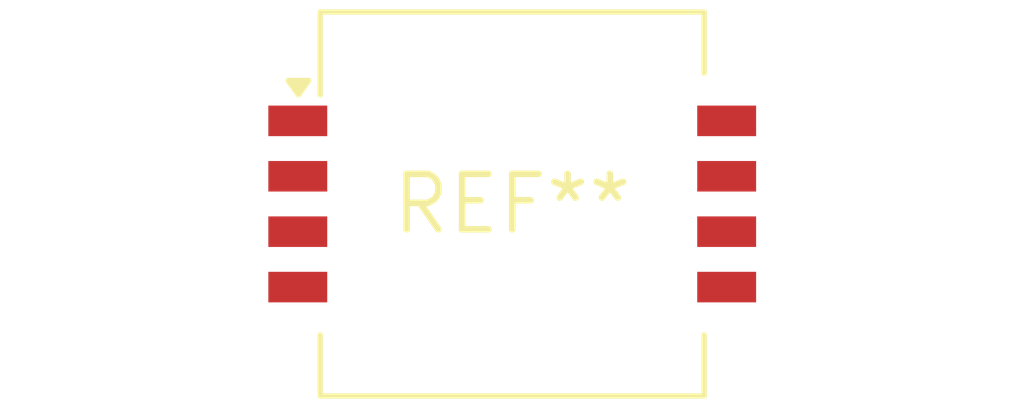
<source format=kicad_pcb>
(kicad_pcb (version 20240108) (generator pcbnew)
  (layers (0 "F.Cu" signal) (31 "B.Cu" signal) (34 "B.Paste" user) (35 "F.Paste" user) (36 "B.SilkS" user "B.Silkscreen") (37 "F.SilkS" user "F.Silkscreen") (38 "B.Mask" user) (39 "F.Mask" user) (44 "Edge.Cuts" user))
  (net 0 "")
  (footprint "Freescale_98ARH99089A" (layer "F.Cu") (at 0 0)
    (property "Reference" "REF**")
    (property "Value" "Freescale_98ARH99089A")
    (fp_line (start -4.4 -4.4) (end -4.4 -2.5) (layer "F.SilkS") (stroke (width 0.12)))
    (fp_line (start -4.4 4.4) (end -4.4 3) (layer "F.SilkS") (stroke (width 0.12)))
    (fp_line (start 4.4 -4.4) (end -4.4 -4.4) (layer "F.SilkS") (stroke (width 0.12)))
    (fp_line (start 4.4 -3) (end 4.4 -4.4) (layer "F.SilkS") (stroke (width 0.12)))
    (fp_line (start 4.4 3) (end 4.4 4.4) (layer "F.SilkS") (stroke (width 0.12)))
    (fp_line (start 4.4 4.4) (end -4.4 4.4) (layer "F.SilkS") (stroke (width 0.12)))
    (fp_poly (pts (xy -4.9 -2.5) (xy -5.14 -2.83) (xy -4.66 -2.83) (xy -4.9 -2.5)) (layer "F.SilkS") (stroke (width 0.12)) (fill solid))
    (pad "1" smd rect (at -4.9149 -1.905) (size 1.35 0.7) (layers "F.Cu" "F.Paste" "F.Mask"))
    (pad "2" smd rect (at -4.9149 -0.635) (size 1.35 0.7) (layers "F.Cu" "F.Paste" "F.Mask"))
    (pad "3" smd rect (at -4.9149 0.635) (size 1.35 0.7) (layers "F.Cu" "F.Paste" "F.Mask"))
    (pad "4" smd rect (at -4.9149 1.905) (size 1.35 0.7) (layers "F.Cu" "F.Paste" "F.Mask"))
    (pad "5" smd rect (at 4.9149 1.905) (size 1.35 0.7) (layers "F.Cu" "F.Paste" "F.Mask"))
    (pad "6" smd rect (at 4.9149 0.635) (size 1.35 0.7) (layers "F.Cu" "F.Paste" "F.Mask"))
    (pad "7" smd rect (at 4.9149 -0.635) (size 1.35 0.7) (layers "F.Cu" "F.Paste" "F.Mask"))
    (pad "8" smd rect (at 4.9149 -1.905) (size 1.35 0.7) (layers "F.Cu" "F.Paste" "F.Mask"))
  )
)
</source>
